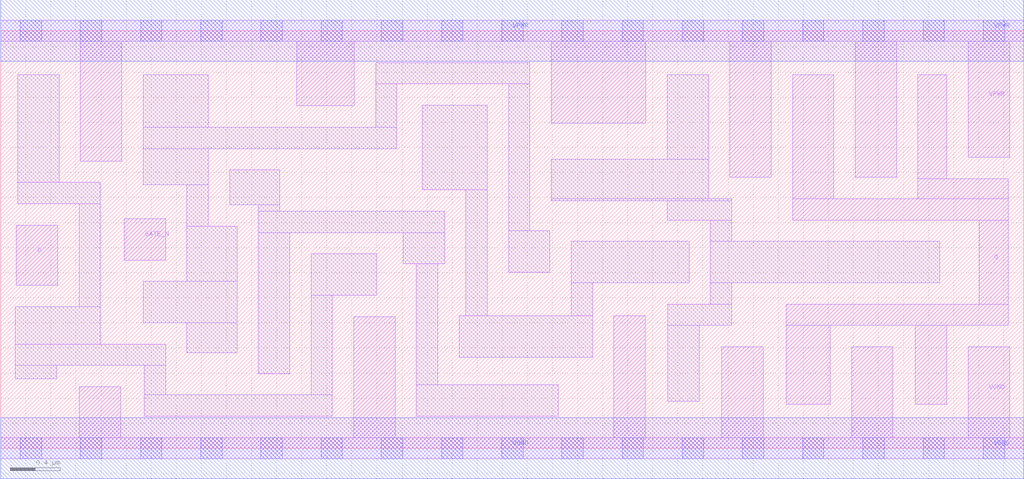
<source format=lef>
# Copyright 2020 The SkyWater PDK Authors
#
# Licensed under the Apache License, Version 2.0 (the "License");
# you may not use this file except in compliance with the License.
# You may obtain a copy of the License at
#
#     https://www.apache.org/licenses/LICENSE-2.0
#
# Unless required by applicable law or agreed to in writing, software
# distributed under the License is distributed on an "AS IS" BASIS,
# WITHOUT WARRANTIES OR CONDITIONS OF ANY KIND, either express or implied.
# See the License for the specific language governing permissions and
# limitations under the License.
#
# SPDX-License-Identifier: Apache-2.0

VERSION 5.7 ;
  NAMESCASESENSITIVE ON ;
  NOWIREEXTENSIONATPIN ON ;
  DIVIDERCHAR "/" ;
  BUSBITCHARS "[]" ;
UNITS
  DATABASE MICRONS 200 ;
END UNITS
MACRO sky130_fd_sc_hs__dlxtn_4
  CLASS CORE ;
  SOURCE USER ;
  FOREIGN sky130_fd_sc_hs__dlxtn_4 ;
  ORIGIN  0.000000  0.000000 ;
  SIZE  8.160000 BY  3.330000 ;
  SYMMETRY X Y ;
  SITE unit ;
  PIN D
    ANTENNAGATEAREA  0.208500 ;
    DIRECTION INPUT ;
    USE SIGNAL ;
    PORT
      LAYER li1 ;
        RECT 0.125000 1.300000 0.455000 1.780000 ;
    END
  END D
  PIN Q
    ANTENNADIFFAREA  1.270300 ;
    DIRECTION OUTPUT ;
    USE SIGNAL ;
    PORT
      LAYER li1 ;
        RECT 6.265000 0.350000 6.615000 0.980000 ;
        RECT 6.265000 0.980000 8.035000 1.150000 ;
        RECT 6.315000 1.820000 8.035000 1.990000 ;
        RECT 6.315000 1.990000 6.645000 2.980000 ;
        RECT 7.295000 0.350000 7.545000 0.980000 ;
        RECT 7.315000 1.990000 8.035000 2.150000 ;
        RECT 7.315000 2.150000 7.545000 2.980000 ;
        RECT 7.805000 1.150000 8.035000 1.820000 ;
    END
  END Q
  PIN GATE_N
    ANTENNAGATEAREA  0.237000 ;
    DIRECTION INPUT ;
    USE CLOCK ;
    PORT
      LAYER li1 ;
        RECT 0.985000 1.500000 1.315000 1.830000 ;
    END
  END GATE_N
  PIN VGND
    DIRECTION INOUT ;
    USE GROUND ;
    PORT
      LAYER li1 ;
        RECT 0.000000 -0.085000 8.160000 0.085000 ;
        RECT 0.625000  0.085000 0.955000 0.490000 ;
        RECT 2.815000  0.085000 3.145000 1.050000 ;
        RECT 4.890000  0.085000 5.140000 1.055000 ;
        RECT 5.750000  0.085000 6.080000 0.810000 ;
        RECT 6.785000  0.085000 7.115000 0.810000 ;
        RECT 7.715000  0.085000 8.045000 0.810000 ;
      LAYER mcon ;
        RECT 0.155000 -0.085000 0.325000 0.085000 ;
        RECT 0.635000 -0.085000 0.805000 0.085000 ;
        RECT 1.115000 -0.085000 1.285000 0.085000 ;
        RECT 1.595000 -0.085000 1.765000 0.085000 ;
        RECT 2.075000 -0.085000 2.245000 0.085000 ;
        RECT 2.555000 -0.085000 2.725000 0.085000 ;
        RECT 3.035000 -0.085000 3.205000 0.085000 ;
        RECT 3.515000 -0.085000 3.685000 0.085000 ;
        RECT 3.995000 -0.085000 4.165000 0.085000 ;
        RECT 4.475000 -0.085000 4.645000 0.085000 ;
        RECT 4.955000 -0.085000 5.125000 0.085000 ;
        RECT 5.435000 -0.085000 5.605000 0.085000 ;
        RECT 5.915000 -0.085000 6.085000 0.085000 ;
        RECT 6.395000 -0.085000 6.565000 0.085000 ;
        RECT 6.875000 -0.085000 7.045000 0.085000 ;
        RECT 7.355000 -0.085000 7.525000 0.085000 ;
        RECT 7.835000 -0.085000 8.005000 0.085000 ;
      LAYER met1 ;
        RECT 0.000000 -0.245000 8.160000 0.245000 ;
    END
  END VGND
  PIN VPWR
    DIRECTION INOUT ;
    USE POWER ;
    PORT
      LAYER li1 ;
        RECT 0.000000 3.245000 8.160000 3.415000 ;
        RECT 0.635000 2.290000 0.965000 3.245000 ;
        RECT 2.360000 2.730000 2.820000 3.245000 ;
        RECT 4.390000 2.590000 5.145000 3.245000 ;
        RECT 5.815000 2.160000 6.145000 3.245000 ;
        RECT 6.815000 2.160000 7.145000 3.245000 ;
        RECT 7.715000 2.320000 8.045000 3.245000 ;
      LAYER mcon ;
        RECT 0.155000 3.245000 0.325000 3.415000 ;
        RECT 0.635000 3.245000 0.805000 3.415000 ;
        RECT 1.115000 3.245000 1.285000 3.415000 ;
        RECT 1.595000 3.245000 1.765000 3.415000 ;
        RECT 2.075000 3.245000 2.245000 3.415000 ;
        RECT 2.555000 3.245000 2.725000 3.415000 ;
        RECT 3.035000 3.245000 3.205000 3.415000 ;
        RECT 3.515000 3.245000 3.685000 3.415000 ;
        RECT 3.995000 3.245000 4.165000 3.415000 ;
        RECT 4.475000 3.245000 4.645000 3.415000 ;
        RECT 4.955000 3.245000 5.125000 3.415000 ;
        RECT 5.435000 3.245000 5.605000 3.415000 ;
        RECT 5.915000 3.245000 6.085000 3.415000 ;
        RECT 6.395000 3.245000 6.565000 3.415000 ;
        RECT 6.875000 3.245000 7.045000 3.415000 ;
        RECT 7.355000 3.245000 7.525000 3.415000 ;
        RECT 7.835000 3.245000 8.005000 3.415000 ;
      LAYER met1 ;
        RECT 0.000000 3.085000 8.160000 3.575000 ;
    END
  END VPWR
  OBS
    LAYER li1 ;
      RECT 0.115000 0.555000 0.445000 0.660000 ;
      RECT 0.115000 0.660000 1.315000 0.830000 ;
      RECT 0.115000 0.830000 0.795000 1.130000 ;
      RECT 0.135000 1.950000 0.795000 2.120000 ;
      RECT 0.135000 2.120000 0.465000 2.980000 ;
      RECT 0.625000 1.130000 0.795000 1.950000 ;
      RECT 1.135000 1.000000 1.885000 1.330000 ;
      RECT 1.135000 2.100000 1.655000 2.390000 ;
      RECT 1.135000 2.390000 3.160000 2.560000 ;
      RECT 1.135000 2.560000 1.655000 2.980000 ;
      RECT 1.145000 0.255000 2.645000 0.425000 ;
      RECT 1.145000 0.425000 1.315000 0.660000 ;
      RECT 1.485000 0.760000 1.885000 1.000000 ;
      RECT 1.485000 1.330000 1.885000 1.770000 ;
      RECT 1.485000 1.770000 1.655000 2.100000 ;
      RECT 1.825000 1.940000 2.225000 2.220000 ;
      RECT 2.055000 0.595000 2.305000 1.720000 ;
      RECT 2.055000 1.720000 3.540000 1.890000 ;
      RECT 2.055000 1.890000 2.225000 1.940000 ;
      RECT 2.475000 0.425000 2.645000 1.220000 ;
      RECT 2.475000 1.220000 3.000000 1.550000 ;
      RECT 2.990000 2.560000 3.160000 2.905000 ;
      RECT 2.990000 2.905000 4.220000 3.075000 ;
      RECT 3.210000 1.470000 3.540000 1.720000 ;
      RECT 3.315000 0.255000 4.445000 0.505000 ;
      RECT 3.315000 0.505000 3.485000 1.470000 ;
      RECT 3.360000 2.060000 3.880000 2.735000 ;
      RECT 3.655000 0.725000 4.720000 1.055000 ;
      RECT 3.710000 1.055000 3.880000 2.060000 ;
      RECT 4.050000 1.405000 4.380000 1.735000 ;
      RECT 4.050000 1.735000 4.220000 2.905000 ;
      RECT 4.390000 1.975000 5.830000 1.990000 ;
      RECT 4.390000 1.990000 5.645000 2.305000 ;
      RECT 4.550000 1.055000 4.720000 1.320000 ;
      RECT 4.550000 1.320000 5.490000 1.650000 ;
      RECT 5.315000 1.820000 5.830000 1.975000 ;
      RECT 5.315000 2.305000 5.645000 2.980000 ;
      RECT 5.320000 0.375000 5.570000 0.980000 ;
      RECT 5.320000 0.980000 5.830000 1.150000 ;
      RECT 5.660000 1.150000 5.830000 1.320000 ;
      RECT 5.660000 1.320000 7.490000 1.650000 ;
      RECT 5.660000 1.650000 5.830000 1.820000 ;
  END
END sky130_fd_sc_hs__dlxtn_4

</source>
